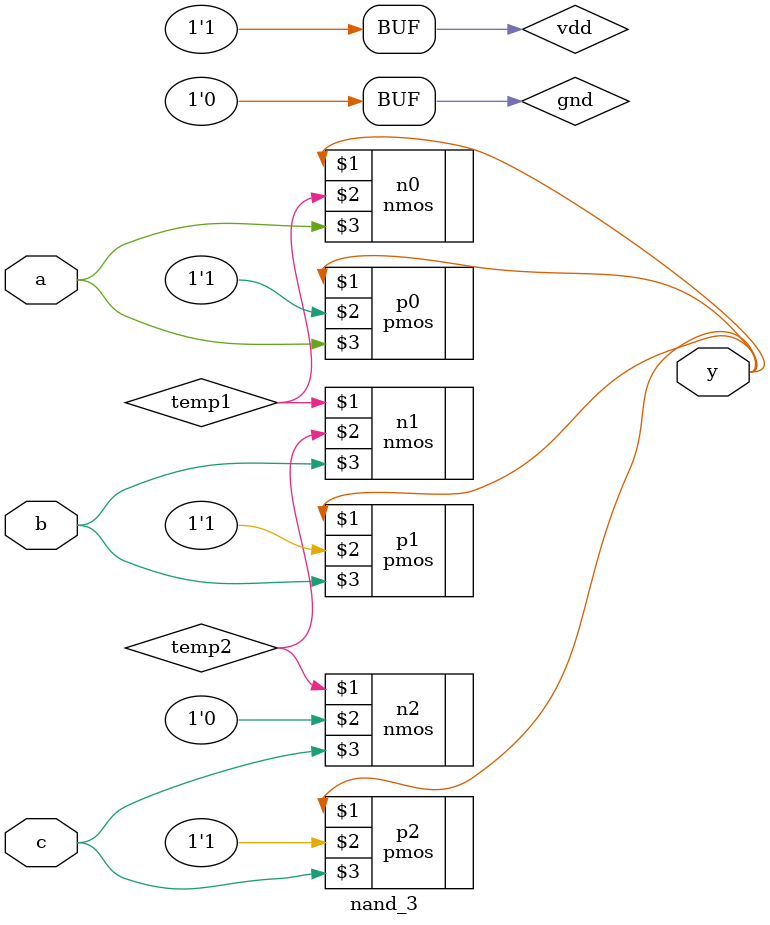
<source format=v>
module nand_3(a,b,c,y);
  input a,b,c;
  output y;
  
  supply1 vdd;
  supply0 gnd;
  
  wire temp1,temp2;
  
  pmos p0(y,vdd,a);
  pmos p1(y,vdd,b);
  pmos p2(y,vdd,c);
  nmos n0(y,temp1,a);
  nmos n1(temp1,temp2,b);
  nmos n2(temp2,gnd,c);
  
endmodule
</source>
